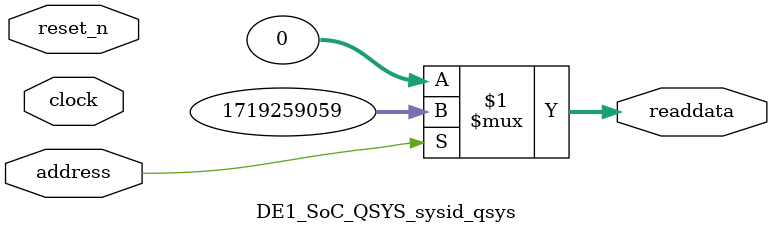
<source format=v>



// synthesis translate_off
`timescale 1ns / 1ps
// synthesis translate_on

// turn off superfluous verilog processor warnings 
// altera message_level Level1 
// altera message_off 10034 10035 10036 10037 10230 10240 10030 

module DE1_SoC_QSYS_sysid_qsys (
               // inputs:
                address,
                clock,
                reset_n,

               // outputs:
                readdata
             )
;

  output  [ 31: 0] readdata;
  input            address;
  input            clock;
  input            reset_n;

  wire    [ 31: 0] readdata;
  //control_slave, which is an e_avalon_slave
  assign readdata = address ? 1719259059 : 0;

endmodule



</source>
